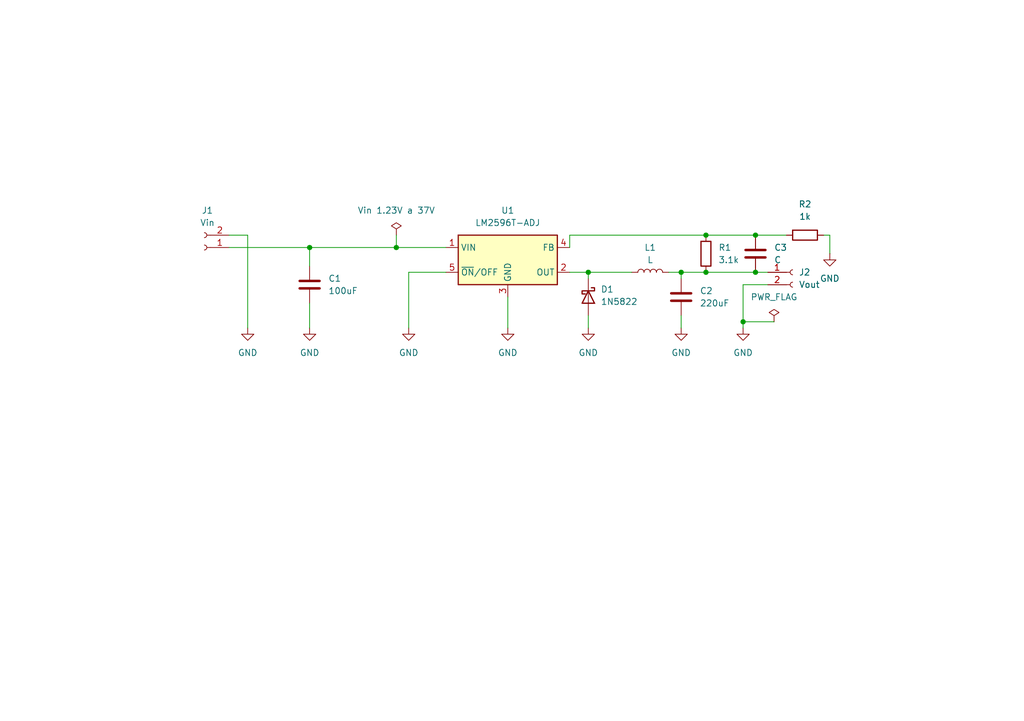
<source format=kicad_sch>
(kicad_sch (version 20231120) (generator "eeschema") (generator_version "8.0")
  (paper "A5")
  (title_block (title "Step down Voltaje Converter") (date "2024-04-21") (rev "Fabrizio Yucra") (company "UCB") (comment 1 "Esquemático conversor de reductor de voltaje 37V a un voltaje deseado"))
  (lib_symbols
    (symbol "Connector:Conn_01x02_Socket" (pin_names (offset 1.016) hide)
      (property "Reference" "J" (at 0 2.54 0))
      (property "Value" "Conn_01x02_Socket" (at 0 -5.08 0))
      (symbol "Conn_01x02_Socket_1_1"
        (arc (start 0 -2.032) (mid -0.5058 -2.54) (end 0 -3.048) (stroke (width 0.1524)))
        (polyline (pts (xy -1.27 -2.54) (xy -0.508 -2.54)) (stroke (width 0.1524)))
        (polyline (pts (xy -1.27 0) (xy -0.508 0)) (stroke (width 0.1524)))
        (arc (start 0 0.508) (mid -0.5058 0) (end 0 -0.508) (stroke (width 0.1524)))
        (pin passive line (at -5.08 0 0) (length 3.81) (name "Pin_1") (number "1"))
        (pin passive line (at -5.08 -2.54 0) (length 3.81) (name "Pin_2") (number "2"))
      )
    )
    (symbol "Device:C" (pin_numbers hide) (pin_names (offset 0.254))
      (property "Reference" "C" (at 0.635 2.54 0))
      (property "Value" "C" (at 0.635 -2.54 0))
      (symbol "C_0_1"
        (polyline (pts (xy -2.032 -0.762) (xy 2.032 -0.762)) (stroke (width 0.508)))
        (polyline (pts (xy -2.032 0.762) (xy 2.032 0.762)) (stroke (width 0.508)))
      )
      (symbol "C_1_1"
        (pin passive line (at 0 3.81 270) (length 2.794) (name "~") (number "1"))
        (pin passive line (at 0 -3.81 90) (length 2.794) (name "~") (number "2"))
      )
    )
    (symbol "Device:L" (pin_numbers hide) (pin_names (offset 1.016) hide)
      (property "Reference" "L" (at -1.27 0 90))
      (property "Value" "L" (at 1.905 0 90))
      (symbol "L_0_1"
        (arc (start 0 -2.54) (mid 0.6323 -1.905) (end 0 -1.27))
        (arc (start 0 -1.27) (mid 0.6323 -0.635) (end 0 0))
        (arc (start 0 0) (mid 0.6323 0.635) (end 0 1.27))
        (arc (start 0 1.27) (mid 0.6323 1.905) (end 0 2.54))
      )
      (symbol "L_1_1"
        (pin passive line (at 0 3.81 270) (length 1.27) (name "1") (number "1"))
        (pin passive line (at 0 -3.81 90) (length 1.27) (name "2") (number "2"))
      )
    )
    (symbol "Device:R" (pin_numbers hide) (pin_names (offset 0))
      (property "Reference" "R" (at 2.032 0 90))
      (property "Value" "R" (at 0 0 90))
      (symbol "R_0_1"
        (rectangle (start -1.016 -2.54) (end 1.016 2.54) (stroke (width 0.254)))
      )
      (symbol "R_1_1"
        (pin passive line (at 0 3.81 270) (length 1.27) (name "~") (number "1"))
        (pin passive line (at 0 -3.81 90) (length 1.27) (name "~") (number "2"))
      )
    )
    (symbol "Diode:1N5822" (pin_numbers hide) (pin_names (offset 1.016) hide)
      (property "Reference" "D" (at 0 2.54 0))
      (property "Value" "1N5822" (at 0 -2.54 0))
      (symbol "1N5822_0_1"
        (polyline (pts (xy 1.27 0) (xy -1.27 0)))
        (polyline (pts (xy 1.27 1.27) (xy 1.27 -1.27) (xy -1.27 0) (xy 1.27 1.27)) (stroke (width 0.254)))
        (polyline (pts (xy -1.905 0.635) (xy -1.905 1.27) (xy -1.27 1.27) (xy -1.27 -1.27) (xy -0.635 -1.27) (xy -0.635 -0.635)) (stroke (width 0.254)))
      )
      (symbol "1N5822_1_1"
        (pin passive line (at -3.81 0 0) (length 2.54) (name "K") (number "1"))
        (pin passive line (at 3.81 0 180) (length 2.54) (name "A") (number "2"))
      )
    )
    (symbol "Regulator_Switching:LM2596T-ADJ"
      (property "Reference" "U" (at -10.16 6.35 0))
      (property "Value" "LM2596T-ADJ" (at 0 6.35 0))
      (symbol "LM2596T-ADJ_0_1"
        (rectangle (start -10.16 5.08) (end 10.16 -5.08) (stroke (width 0.254)) (fill (type background)))
      )
      (symbol "LM2596T-ADJ_1_1"
        (pin power_in line (at -12.7 2.54 0) (length 2.54) (name "VIN") (number "1"))
        (pin output line (at 12.7 -2.54 180) (length 2.54) (name "OUT") (number "2"))
        (pin power_in line (at 0 -7.62 90) (length 2.54) (name "GND") (number "3"))
        (pin input line (at 12.7 2.54 180) (length 2.54) (name "FB") (number "4"))
        (pin input line (at -12.7 -2.54 0) (length 2.54) (name "~{ON}/OFF") (number "5"))
      )
    )
    (symbol "power:GND" (power) (pin_numbers hide) (pin_names (offset 0) hide)
      (property "Value" "GND" (at 0 -3.81 0))
      (symbol "GND_0_1"
        (polyline (pts (xy 0 0) (xy 0 -1.27) (xy 1.27 -1.27) (xy 0 -2.54) (xy -1.27 -1.27) (xy 0 -1.27)))
      )
      (symbol "GND_1_1"
        (pin power_in line (at 0 0 270) (length 0) (name "~") (number "1"))
      )
    )
    (symbol "power:PWR_FLAG" (power) (pin_numbers hide) (pin_names (offset 0) hide)
      (property "Value" "PWR_FLAG" (at 0 3.81 0))
      (symbol "PWR_FLAG_0_0"
        (pin power_out line (at 0 0 90) (length 0) (name "~") (number "1"))
      )
      (symbol "PWR_FLAG_0_1"
        (polyline (pts (xy 0 0) (xy 0 1.27) (xy -1.016 1.905) (xy 0 2.54) (xy 1.016 1.905) (xy 0 1.27)))
      )
    )
  )
  (junction (at 154.94 55.88))
  (junction (at 139.7 55.88))
  (junction (at 144.78 55.88))
  (junction (at 63.5 50.8))
  (junction (at 144.78 48.26))
  (junction (at 81.28 50.8))
  (junction (at 120.65 55.88))
  (junction (at 154.94 48.26))
  (junction (at 152.4 66.04))
  (wire (pts (xy 139.7 55.88) (xy 144.78 55.88)))
  (wire (pts (xy 50.8 48.26) (xy 46.99 48.26)))
  (wire (pts (xy 154.94 55.88) (xy 157.48 55.88)))
  (wire (pts (xy 170.18 48.26) (xy 168.91 48.26)))
  (wire (pts (xy 139.7 55.88) (xy 139.7 57.15)))
  (wire (pts (xy 120.65 57.15) (xy 120.65 55.88)))
  (wire (pts (xy 46.99 50.8) (xy 63.5 50.8)))
  (wire (pts (xy 139.7 64.77) (xy 139.7 67.31)))
  (wire (pts (xy 63.5 50.8) (xy 81.28 50.8)))
  (wire (pts (xy 170.18 52.07) (xy 170.18 48.26)))
  (wire (pts (xy 120.65 55.88) (xy 116.84 55.88)))
  (wire (pts (xy 120.65 64.77) (xy 120.65 67.31)))
  (wire (pts (xy 63.5 54.61) (xy 63.5 50.8)))
  (wire (pts (xy 83.82 55.88) (xy 91.44 55.88)))
  (wire (pts (xy 81.28 50.8) (xy 91.44 50.8)))
  (wire (pts (xy 116.84 48.26) (xy 116.84 50.8)))
  (wire (pts (xy 120.65 55.88) (xy 129.54 55.88)))
  (wire (pts (xy 63.5 62.23) (xy 63.5 67.31)))
  (wire (pts (xy 152.4 66.04) (xy 158.75 66.04)))
  (wire (pts (xy 83.82 67.31) (xy 83.82 55.88)))
  (wire (pts (xy 152.4 67.31) (xy 152.4 66.04)))
  (wire (pts (xy 144.78 48.26) (xy 154.94 48.26)))
  (wire (pts (xy 152.4 58.42) (xy 157.48 58.42)))
  (wire (pts (xy 152.4 66.04) (xy 152.4 58.42)))
  (wire (pts (xy 137.16 55.88) (xy 139.7 55.88)))
  (wire (pts (xy 144.78 48.26) (xy 116.84 48.26)))
  (wire (pts (xy 81.28 48.26) (xy 81.28 50.8)))
  (wire (pts (xy 104.14 60.96) (xy 104.14 67.31)))
  (wire (pts (xy 144.78 55.88) (xy 154.94 55.88)))
  (wire (pts (xy 154.94 48.26) (xy 161.29 48.26)))
  (wire (pts (xy 50.8 67.31) (xy 50.8 48.26)))
  (symbol (lib_id "Device:C") (at 63.5 58.42 0) (unit 1)
    (property "Reference" "C1" (at 67.31 57.1499 0) (effects (justify left)))
    (property "Value" "100uF" (at 67.31 59.6899 0) (effects (justify left)))
    (property "Footprint" "Capacitor_SMD:C_1210_3225Metric" (effects (hide yes)))
    (property "Description" "Unpolarized capacitor" (effects (hide yes)))
  )
  (symbol (lib_id "power:GND") (at 170.18 52.07 0) (unit 1)
    (property "Reference" "#PWR04" (effects (hide yes)))
    (property "Value" "GND" (at 170.18 57.15 0))
    (property "Description" "Power symbol creates a global label with name \"GND\" , ground" (effects (hide yes)))
  )
  (symbol (lib_id "Connector:Conn_01x02_Socket") (at 41.91 50.8 180) (unit 1)
    (property "Reference" "J1" (at 42.545 43.18 0))
    (property "Value" "Vin" (at 42.545 45.72 0))
    (property "Footprint" "Connector_Wire:SolderWire-1.5sqmm_1x02_P6mm_D1.7mm_OD3mm" (effects (hide yes)))
    (property "Description" "Generic connector, single row, 01x02, script generated" (effects (hide yes)))
  )
  (symbol (lib_id "power:GND") (at 152.4 67.31 0) (unit 1)
    (property "Reference" "#PWR08" (effects (hide yes)))
    (property "Value" "GND" (at 152.4 72.39 0))
    (property "Description" "Power symbol creates a global label with name \"GND\" , ground" (effects (hide yes)))
  )
  (symbol (lib_id "power:GND") (at 63.5 67.31 0) (unit 1)
    (property "Reference" "#PWR01" (effects (hide yes)))
    (property "Value" "GND" (at 63.5 72.39 0))
    (property "Description" "Power symbol creates a global label with name \"GND\" , ground" (effects (hide yes)))
  )
  (symbol (lib_id "Device:L") (at 133.35 55.88 90) (unit 1)
    (property "Reference" "L1" (at 133.35 50.8 90))
    (property "Value" "L" (at 133.35 53.34 90))
    (property "Footprint" "Inductor_SMD:L_Cenker_CKCS8080" (effects (hide yes)))
    (property "Description" "Inductor" (effects (hide yes)))
  )
  (symbol (lib_id "power:GND") (at 50.8 67.31 0) (unit 1)
    (property "Reference" "#PWR03" (effects (hide yes)))
    (property "Value" "GND" (at 50.8 72.39 0))
    (property "Description" "Power symbol creates a global label with name \"GND\" , ground" (effects (hide yes)))
  )
  (symbol (lib_id "Regulator_Switching:LM2596T-ADJ") (at 104.14 53.34 0) (unit 1)
    (property "Reference" "U1" (at 104.14 43.18 0))
    (property "Value" "LM2596T-ADJ" (at 104.14 45.72 0))
    (property "Footprint" "Package_TO_SOT_THT:TO-220-5_P3.4x3.7mm_StaggerOdd_Lead3.8mm_Vertical" (effects (hide yes)))
    (property "Datasheet" "http://www.ti.com/lit/ds/symlink/lm2596.pdf" (effects (hide yes)))
    (property "Description" "Adjustable 3A 150kHz Step-Down Voltage Regulator, TO-220" (effects (hide yes)))
  )
  (symbol (lib_id "Device:C") (at 139.7 60.96 0) (unit 1)
    (property "Reference" "C2" (at 143.51 59.6899 0) (effects (justify left)))
    (property "Value" "220uF" (at 143.51 62.2299 0) (effects (justify left)))
    (property "Footprint" "Capacitor_SMD:C_1210_3225Metric" (effects (hide yes)))
    (property "Description" "Unpolarized capacitor" (effects (hide yes)))
  )
  (symbol (lib_id "power:GND") (at 139.7 67.31 0) (unit 1)
    (property "Reference" "#PWR07" (effects (hide yes)))
    (property "Value" "GND" (at 139.7 72.39 0))
    (property "Description" "Power symbol creates a global label with name \"GND\" , ground" (effects (hide yes)))
  )
  (symbol (lib_id "Connector:Conn_01x02_Socket") (at 162.56 55.88 0) (unit 1)
    (property "Reference" "J2" (at 163.83 55.8799 0) (effects (justify left)))
    (property "Value" "Vout" (at 163.83 58.4199 0) (effects (justify left)))
    (property "Footprint" "Connector_Wire:SolderWire-1.5sqmm_1x02_P6mm_D1.7mm_OD3mm" (effects (hide yes)))
    (property "Description" "Generic connector, single row, 01x02, script generated" (effects (hide yes)))
  )
  (symbol (lib_id "power:GND") (at 120.65 67.31 0) (unit 1)
    (property "Reference" "#PWR05" (effects (hide yes)))
    (property "Value" "GND" (at 120.65 72.39 0))
    (property "Description" "Power symbol creates a global label with name \"GND\" , ground" (effects (hide yes)))
  )
  (symbol (lib_id "power:GND") (at 83.82 67.31 0) (unit 1)
    (property "Reference" "#PWR02" (effects (hide yes)))
    (property "Value" "GND" (at 83.82 72.39 0))
    (property "Description" "Power symbol creates a global label with name \"GND\" , ground" (effects (hide yes)))
  )
  (symbol (lib_id "Device:R") (at 165.1 48.26 90) (unit 1)
    (property "Reference" "R2" (at 165.1 41.91 90))
    (property "Value" "1k" (at 165.1 44.45 90))
    (property "Footprint" "Resistor_SMD:R_0805_2012Metric" (effects (hide yes)))
    (property "Description" "Resistor" (effects (hide yes)))
  )
  (symbol (lib_id "Device:C") (at 154.94 52.07 0) (unit 1)
    (property "Reference" "C3" (at 158.75 50.7999 0) (effects (justify left)))
    (property "Value" "C" (at 158.75 53.3399 0) (effects (justify left)))
    (property "Footprint" "Capacitor_SMD:C_1210_3225Metric" (effects (hide yes)))
    (property "Description" "Unpolarized capacitor" (effects (hide yes)))
  )
  (symbol (lib_id "Diode:1N5822") (at 120.65 60.96 270) (unit 1)
    (property "Reference" "D1" (at 123.19 59.3724 90) (effects (justify left)))
    (property "Value" "1N5822" (at 123.19 61.9124 90) (effects (justify left)))
    (property "Footprint" "Diode_THT:D_DO-201AD_P5.08mm_Vertical_KathodeUp" (effects (hide yes)))
    (property "Datasheet" "http://www.vishay.com/docs/88526/1n5820.pdf" (effects (hide yes)))
    (property "Description" "40V 3A Schottky Barrier Rectifier Diode, DO-201AD" (effects (hide yes)))
  )
  (symbol (lib_id "Device:R") (at 144.78 52.07 180) (unit 1)
    (property "Reference" "R1" (at 147.32 50.7999 0) (effects (justify right)))
    (property "Value" "3.1k" (at 147.32 53.3399 0) (effects (justify right)))
    (property "Footprint" "Resistor_SMD:R_0805_2012Metric" (effects (hide yes)))
    (property "Description" "Resistor" (effects (hide yes)))
  )
  (symbol (lib_id "power:PWR_FLAG") (at 158.75 66.04 0) (unit 1)
    (property "Reference" "#FLG01" (effects (hide yes)))
    (property "Value" "PWR_FLAG" (at 158.75 60.96 0))
    (property "Description" "Special symbol for telling ERC where power comes from" (effects (hide yes)))
  )
  (symbol (lib_id "power:PWR_FLAG") (at 81.28 48.26 0) (unit 1)
    (property "Reference" "#FLG02" (effects (hide yes)))
    (property "Value" "Vin 1.23V a 37V" (at 81.28 43.18 0))
    (property "Description" "Special symbol for telling ERC where power comes from" (effects (hide yes)))
  )
  (symbol (lib_id "power:GND") (at 104.14 67.31 0) (unit 1)
    (property "Reference" "#PWR06" (effects (hide yes)))
    (property "Value" "GND" (at 104.14 72.39 0))
    (property "Description" "Power symbol creates a global label with name \"GND\" , ground" (effects (hide yes)))
  )
)
</source>
